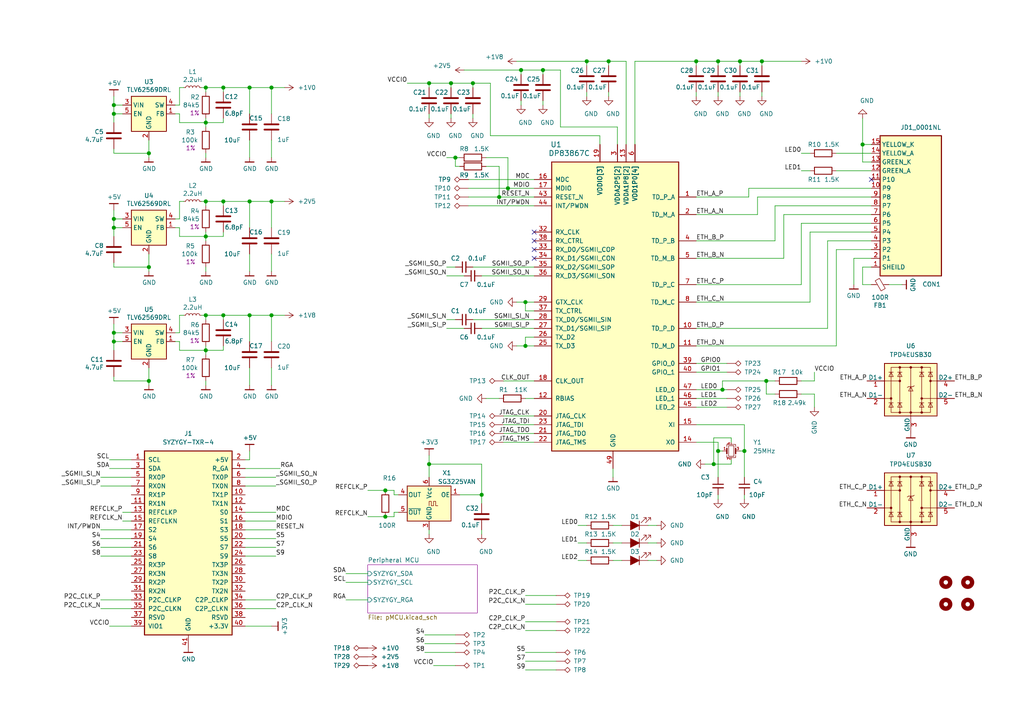
<source format=kicad_sch>
(kicad_sch (version 20201015) (generator eeschema)
  (paper "A4")
  (title_block (title "SYZYGY SGMII") (date "2020-12-08") (rev "r1.0") (company "GsD - @gregdavill"))
  (junction (at 33.02 30.48) (diameter 1.016))
  (junction (at 33.02 33.02) (diameter 1.016))
  (junction (at 33.02 63.5) (diameter 1.016))
  (junction (at 33.02 66.04) (diameter 1.016))
  (junction (at 33.02 96.52) (diameter 1.016))
  (junction (at 33.02 99.06) (diameter 1.016))
  (junction (at 43.18 44.45) (diameter 1.016))
  (junction (at 43.18 77.47) (diameter 1.016))
  (junction (at 43.18 110.49) (diameter 1.016))
  (junction (at 59.69 25.4) (diameter 1.016))
  (junction (at 59.69 35.56) (diameter 1.016))
  (junction (at 59.69 58.42) (diameter 1.016))
  (junction (at 59.69 68.58) (diameter 1.016))
  (junction (at 59.69 91.44) (diameter 1.016))
  (junction (at 59.69 101.6) (diameter 1.016))
  (junction (at 64.77 25.4) (diameter 1.016))
  (junction (at 64.77 58.42) (diameter 1.016))
  (junction (at 64.77 91.44) (diameter 1.016))
  (junction (at 72.39 25.4) (diameter 1.016))
  (junction (at 72.39 58.42) (diameter 1.016))
  (junction (at 72.39 91.44) (diameter 1.016))
  (junction (at 78.74 25.4) (diameter 1.016))
  (junction (at 78.74 58.42) (diameter 1.016))
  (junction (at 78.74 91.44) (diameter 1.016))
  (junction (at 111.76 142.24) (diameter 1.016))
  (junction (at 111.76 149.86) (diameter 1.016))
  (junction (at 124.46 24.13) (diameter 1.016))
  (junction (at 124.46 134.62) (diameter 1.016))
  (junction (at 130.81 24.13) (diameter 1.016))
  (junction (at 132.08 45.72) (diameter 1.016))
  (junction (at 137.16 24.13) (diameter 1.016))
  (junction (at 139.7 143.51) (diameter 1.016))
  (junction (at 144.78 57.15) (diameter 1.016))
  (junction (at 147.32 54.61) (diameter 1.016))
  (junction (at 151.13 20.32) (diameter 1.016))
  (junction (at 152.4 87.63) (diameter 1.016))
  (junction (at 152.4 100.33) (diameter 1.016))
  (junction (at 157.48 20.32) (diameter 1.016))
  (junction (at 170.18 17.78) (diameter 1.016))
  (junction (at 176.53 17.78) (diameter 1.016))
  (junction (at 201.93 17.78) (diameter 1.016))
  (junction (at 207.01 134.62) (diameter 1.016))
  (junction (at 208.28 17.78) (diameter 1.016))
  (junction (at 208.28 130.81) (diameter 1.016))
  (junction (at 209.55 113.03) (diameter 1.016))
  (junction (at 214.63 17.78) (diameter 1.016))
  (junction (at 215.9 130.81) (diameter 1.016))
  (junction (at 220.98 17.78) (diameter 1.016))
  (junction (at 222.25 110.49) (diameter 1.016))
  (junction (at 250.19 41.91) (diameter 1.016))
  (no_connect (at 154.94 74.93))
  (no_connect (at 252.73 52.07))
  (no_connect (at 154.94 67.31))
  (no_connect (at 154.94 72.39))
  (no_connect (at 154.94 69.85))
  (wire (pts (xy 29.21 138.43) (xy 38.1 138.43)))
  (wire (pts (xy 29.21 140.97) (xy 38.1 140.97)))
  (wire (pts (xy 29.21 153.67) (xy 38.1 153.67)))
  (wire (pts (xy 29.21 156.21) (xy 38.1 156.21)))
  (wire (pts (xy 29.21 158.75) (xy 38.1 158.75)))
  (wire (pts (xy 29.21 161.29) (xy 38.1 161.29)))
  (wire (pts (xy 29.21 173.99) (xy 38.1 173.99)))
  (wire (pts (xy 29.21 176.53) (xy 38.1 176.53)))
  (wire (pts (xy 33.02 27.94) (xy 33.02 30.48)))
  (wire (pts (xy 33.02 30.48) (xy 35.56 30.48)))
  (wire (pts (xy 33.02 33.02) (xy 33.02 30.48)))
  (wire (pts (xy 33.02 35.56) (xy 33.02 33.02)))
  (wire (pts (xy 33.02 43.18) (xy 33.02 44.45)))
  (wire (pts (xy 33.02 44.45) (xy 43.18 44.45)))
  (wire (pts (xy 33.02 60.96) (xy 33.02 63.5)))
  (wire (pts (xy 33.02 63.5) (xy 35.56 63.5)))
  (wire (pts (xy 33.02 66.04) (xy 33.02 63.5)))
  (wire (pts (xy 33.02 68.58) (xy 33.02 66.04)))
  (wire (pts (xy 33.02 76.2) (xy 33.02 77.47)))
  (wire (pts (xy 33.02 77.47) (xy 43.18 77.47)))
  (wire (pts (xy 33.02 93.98) (xy 33.02 96.52)))
  (wire (pts (xy 33.02 96.52) (xy 35.56 96.52)))
  (wire (pts (xy 33.02 99.06) (xy 33.02 96.52)))
  (wire (pts (xy 33.02 101.6) (xy 33.02 99.06)))
  (wire (pts (xy 33.02 109.22) (xy 33.02 110.49)))
  (wire (pts (xy 33.02 110.49) (xy 43.18 110.49)))
  (wire (pts (xy 35.56 33.02) (xy 33.02 33.02)))
  (wire (pts (xy 35.56 66.04) (xy 33.02 66.04)))
  (wire (pts (xy 35.56 99.06) (xy 33.02 99.06)))
  (wire (pts (xy 35.56 148.59) (xy 38.1 148.59)))
  (wire (pts (xy 35.56 151.13) (xy 38.1 151.13)))
  (wire (pts (xy 38.1 133.35) (xy 31.75 133.35)))
  (wire (pts (xy 38.1 135.89) (xy 31.75 135.89)))
  (wire (pts (xy 38.1 181.61) (xy 31.75 181.61)))
  (wire (pts (xy 43.18 40.64) (xy 43.18 44.45)))
  (wire (pts (xy 43.18 44.45) (xy 43.18 45.72)))
  (wire (pts (xy 43.18 73.66) (xy 43.18 77.47)))
  (wire (pts (xy 43.18 77.47) (xy 43.18 78.74)))
  (wire (pts (xy 43.18 106.68) (xy 43.18 110.49)))
  (wire (pts (xy 43.18 110.49) (xy 43.18 111.76)))
  (wire (pts (xy 52.07 25.4) (xy 52.07 30.48)))
  (wire (pts (xy 52.07 25.4) (xy 53.34 25.4)))
  (wire (pts (xy 52.07 30.48) (xy 50.8 30.48)))
  (wire (pts (xy 52.07 33.02) (xy 50.8 33.02)))
  (wire (pts (xy 52.07 35.56) (xy 52.07 33.02)))
  (wire (pts (xy 52.07 35.56) (xy 59.69 35.56)))
  (wire (pts (xy 52.07 58.42) (xy 52.07 63.5)))
  (wire (pts (xy 52.07 58.42) (xy 53.34 58.42)))
  (wire (pts (xy 52.07 63.5) (xy 50.8 63.5)))
  (wire (pts (xy 52.07 66.04) (xy 50.8 66.04)))
  (wire (pts (xy 52.07 68.58) (xy 52.07 66.04)))
  (wire (pts (xy 52.07 68.58) (xy 59.69 68.58)))
  (wire (pts (xy 52.07 91.44) (xy 52.07 96.52)))
  (wire (pts (xy 52.07 91.44) (xy 53.34 91.44)))
  (wire (pts (xy 52.07 96.52) (xy 50.8 96.52)))
  (wire (pts (xy 52.07 99.06) (xy 50.8 99.06)))
  (wire (pts (xy 52.07 101.6) (xy 52.07 99.06)))
  (wire (pts (xy 52.07 101.6) (xy 59.69 101.6)))
  (wire (pts (xy 58.42 25.4) (xy 59.69 25.4)))
  (wire (pts (xy 58.42 58.42) (xy 59.69 58.42)))
  (wire (pts (xy 58.42 91.44) (xy 59.69 91.44)))
  (wire (pts (xy 59.69 25.4) (xy 59.69 26.67)))
  (wire (pts (xy 59.69 25.4) (xy 64.77 25.4)))
  (wire (pts (xy 59.69 34.29) (xy 59.69 35.56)))
  (wire (pts (xy 59.69 35.56) (xy 59.69 36.83)))
  (wire (pts (xy 59.69 44.45) (xy 59.69 45.72)))
  (wire (pts (xy 59.69 58.42) (xy 59.69 59.69)))
  (wire (pts (xy 59.69 58.42) (xy 64.77 58.42)))
  (wire (pts (xy 59.69 67.31) (xy 59.69 68.58)))
  (wire (pts (xy 59.69 68.58) (xy 59.69 69.85)))
  (wire (pts (xy 59.69 77.47) (xy 59.69 78.74)))
  (wire (pts (xy 59.69 91.44) (xy 59.69 92.71)))
  (wire (pts (xy 59.69 91.44) (xy 64.77 91.44)))
  (wire (pts (xy 59.69 100.33) (xy 59.69 101.6)))
  (wire (pts (xy 59.69 101.6) (xy 59.69 102.87)))
  (wire (pts (xy 59.69 110.49) (xy 59.69 111.76)))
  (wire (pts (xy 64.77 25.4) (xy 64.77 26.67)))
  (wire (pts (xy 64.77 25.4) (xy 72.39 25.4)))
  (wire (pts (xy 64.77 34.29) (xy 64.77 35.56)))
  (wire (pts (xy 64.77 35.56) (xy 59.69 35.56)))
  (wire (pts (xy 64.77 58.42) (xy 64.77 59.69)))
  (wire (pts (xy 64.77 58.42) (xy 72.39 58.42)))
  (wire (pts (xy 64.77 67.31) (xy 64.77 68.58)))
  (wire (pts (xy 64.77 68.58) (xy 59.69 68.58)))
  (wire (pts (xy 64.77 91.44) (xy 64.77 92.71)))
  (wire (pts (xy 64.77 91.44) (xy 72.39 91.44)))
  (wire (pts (xy 64.77 100.33) (xy 64.77 101.6)))
  (wire (pts (xy 64.77 101.6) (xy 59.69 101.6)))
  (wire (pts (xy 71.12 133.35) (xy 72.39 133.35)))
  (wire (pts (xy 71.12 135.89) (xy 81.28 135.89)))
  (wire (pts (xy 71.12 181.61) (xy 78.74 181.61)))
  (wire (pts (xy 72.39 33.02) (xy 72.39 25.4)))
  (wire (pts (xy 72.39 40.64) (xy 72.39 45.72)))
  (wire (pts (xy 72.39 66.04) (xy 72.39 58.42)))
  (wire (pts (xy 72.39 73.66) (xy 72.39 78.74)))
  (wire (pts (xy 72.39 99.06) (xy 72.39 91.44)))
  (wire (pts (xy 72.39 106.68) (xy 72.39 111.76)))
  (wire (pts (xy 72.39 133.35) (xy 72.39 130.81)))
  (wire (pts (xy 78.74 25.4) (xy 72.39 25.4)))
  (wire (pts (xy 78.74 25.4) (xy 78.74 33.02)))
  (wire (pts (xy 78.74 25.4) (xy 82.55 25.4)))
  (wire (pts (xy 78.74 40.64) (xy 78.74 45.72)))
  (wire (pts (xy 78.74 58.42) (xy 72.39 58.42)))
  (wire (pts (xy 78.74 58.42) (xy 78.74 66.04)))
  (wire (pts (xy 78.74 58.42) (xy 82.55 58.42)))
  (wire (pts (xy 78.74 73.66) (xy 78.74 78.74)))
  (wire (pts (xy 78.74 91.44) (xy 72.39 91.44)))
  (wire (pts (xy 78.74 91.44) (xy 78.74 99.06)))
  (wire (pts (xy 78.74 91.44) (xy 82.55 91.44)))
  (wire (pts (xy 78.74 106.68) (xy 78.74 111.76)))
  (wire (pts (xy 80.01 138.43) (xy 71.12 138.43)))
  (wire (pts (xy 80.01 140.97) (xy 71.12 140.97)))
  (wire (pts (xy 80.01 148.59) (xy 71.12 148.59)))
  (wire (pts (xy 80.01 151.13) (xy 71.12 151.13)))
  (wire (pts (xy 80.01 153.67) (xy 71.12 153.67)))
  (wire (pts (xy 80.01 156.21) (xy 71.12 156.21)))
  (wire (pts (xy 80.01 158.75) (xy 71.12 158.75)))
  (wire (pts (xy 80.01 161.29) (xy 71.12 161.29)))
  (wire (pts (xy 80.01 173.99) (xy 71.12 173.99)))
  (wire (pts (xy 80.01 176.53) (xy 71.12 176.53)))
  (wire (pts (xy 106.68 142.24) (xy 111.76 142.24)))
  (wire (pts (xy 106.68 149.86) (xy 111.76 149.86)))
  (wire (pts (xy 106.68 166.37) (xy 100.33 166.37)))
  (wire (pts (xy 106.68 168.91) (xy 100.33 168.91)))
  (wire (pts (xy 106.68 173.99) (xy 100.33 173.99)))
  (wire (pts (xy 114.3 142.24) (xy 111.76 142.24)))
  (wire (pts (xy 114.3 143.51) (xy 114.3 142.24)))
  (wire (pts (xy 114.3 148.59) (xy 114.3 149.86)))
  (wire (pts (xy 114.3 149.86) (xy 111.76 149.86)))
  (wire (pts (xy 115.57 143.51) (xy 114.3 143.51)))
  (wire (pts (xy 115.57 148.59) (xy 114.3 148.59)))
  (wire (pts (xy 123.19 184.15) (xy 132.08 184.15)))
  (wire (pts (xy 123.19 186.69) (xy 132.08 186.69)))
  (wire (pts (xy 123.19 189.23) (xy 132.08 189.23)))
  (wire (pts (xy 124.46 24.13) (xy 118.11 24.13)))
  (wire (pts (xy 124.46 24.13) (xy 124.46 25.4)))
  (wire (pts (xy 124.46 33.02) (xy 124.46 34.29)))
  (wire (pts (xy 124.46 132.08) (xy 124.46 134.62)))
  (wire (pts (xy 124.46 134.62) (xy 124.46 138.43)))
  (wire (pts (xy 124.46 153.67) (xy 124.46 154.94)))
  (wire (pts (xy 129.54 45.72) (xy 132.08 45.72)))
  (wire (pts (xy 129.54 77.47) (xy 132.08 77.47)))
  (wire (pts (xy 129.54 80.01) (xy 134.62 80.01)))
  (wire (pts (xy 129.54 92.71) (xy 132.08 92.71)))
  (wire (pts (xy 129.54 95.25) (xy 134.62 95.25)))
  (wire (pts (xy 130.81 24.13) (xy 124.46 24.13)))
  (wire (pts (xy 130.81 24.13) (xy 130.81 25.4)))
  (wire (pts (xy 130.81 24.13) (xy 137.16 24.13)))
  (wire (pts (xy 130.81 33.02) (xy 130.81 34.29)))
  (wire (pts (xy 132.08 45.72) (xy 133.35 45.72)))
  (wire (pts (xy 132.08 48.26) (xy 132.08 45.72)))
  (wire (pts (xy 132.08 193.04) (xy 125.73 193.04)))
  (wire (pts (xy 133.35 48.26) (xy 132.08 48.26)))
  (wire (pts (xy 133.35 143.51) (xy 139.7 143.51)))
  (wire (pts (xy 134.62 20.32) (xy 151.13 20.32)))
  (wire (pts (xy 137.16 24.13) (xy 137.16 25.4)))
  (wire (pts (xy 137.16 33.02) (xy 137.16 34.29)))
  (wire (pts (xy 137.16 77.47) (xy 154.94 77.47)))
  (wire (pts (xy 137.16 92.71) (xy 154.94 92.71)))
  (wire (pts (xy 139.7 134.62) (xy 124.46 134.62)))
  (wire (pts (xy 139.7 143.51) (xy 139.7 134.62)))
  (wire (pts (xy 139.7 143.51) (xy 139.7 146.05)))
  (wire (pts (xy 139.7 153.67) (xy 139.7 154.94)))
  (wire (pts (xy 140.97 48.26) (xy 144.78 48.26)))
  (wire (pts (xy 140.97 115.57) (xy 144.78 115.57)))
  (wire (pts (xy 142.24 24.13) (xy 137.16 24.13)))
  (wire (pts (xy 142.24 39.37) (xy 142.24 24.13)))
  (wire (pts (xy 142.24 39.37) (xy 173.99 39.37)))
  (wire (pts (xy 144.78 48.26) (xy 144.78 57.15)))
  (wire (pts (xy 144.78 57.15) (xy 135.89 57.15)))
  (wire (pts (xy 147.32 45.72) (xy 140.97 45.72)))
  (wire (pts (xy 147.32 54.61) (xy 135.89 54.61)))
  (wire (pts (xy 147.32 54.61) (xy 147.32 45.72)))
  (wire (pts (xy 149.86 17.78) (xy 170.18 17.78)))
  (wire (pts (xy 151.13 20.32) (xy 151.13 21.59)))
  (wire (pts (xy 151.13 20.32) (xy 157.48 20.32)))
  (wire (pts (xy 151.13 29.21) (xy 151.13 30.48)))
  (wire (pts (xy 152.4 87.63) (xy 149.86 87.63)))
  (wire (pts (xy 152.4 87.63) (xy 152.4 90.17)))
  (wire (pts (xy 152.4 90.17) (xy 154.94 90.17)))
  (wire (pts (xy 152.4 97.79) (xy 152.4 100.33)))
  (wire (pts (xy 152.4 100.33) (xy 149.86 100.33)))
  (wire (pts (xy 152.4 100.33) (xy 154.94 100.33)))
  (wire (pts (xy 152.4 115.57) (xy 154.94 115.57)))
  (wire (pts (xy 152.4 172.72) (xy 161.29 172.72)))
  (wire (pts (xy 152.4 175.26) (xy 161.29 175.26)))
  (wire (pts (xy 152.4 180.34) (xy 161.29 180.34)))
  (wire (pts (xy 152.4 182.88) (xy 161.29 182.88)))
  (wire (pts (xy 152.4 189.23) (xy 161.29 189.23)))
  (wire (pts (xy 152.4 191.77) (xy 161.29 191.77)))
  (wire (pts (xy 152.4 194.31) (xy 161.29 194.31)))
  (wire (pts (xy 154.94 52.07) (xy 135.89 52.07)))
  (wire (pts (xy 154.94 54.61) (xy 147.32 54.61)))
  (wire (pts (xy 154.94 57.15) (xy 144.78 57.15)))
  (wire (pts (xy 154.94 59.69) (xy 135.89 59.69)))
  (wire (pts (xy 154.94 80.01) (xy 139.7 80.01)))
  (wire (pts (xy 154.94 87.63) (xy 152.4 87.63)))
  (wire (pts (xy 154.94 95.25) (xy 139.7 95.25)))
  (wire (pts (xy 154.94 97.79) (xy 152.4 97.79)))
  (wire (pts (xy 154.94 110.49) (xy 146.05 110.49)))
  (wire (pts (xy 154.94 120.65) (xy 146.05 120.65)))
  (wire (pts (xy 154.94 123.19) (xy 146.05 123.19)))
  (wire (pts (xy 154.94 125.73) (xy 146.05 125.73)))
  (wire (pts (xy 154.94 128.27) (xy 146.05 128.27)))
  (wire (pts (xy 157.48 20.32) (xy 157.48 21.59)))
  (wire (pts (xy 157.48 20.32) (xy 162.56 20.32)))
  (wire (pts (xy 157.48 29.21) (xy 157.48 30.48)))
  (wire (pts (xy 162.56 20.32) (xy 162.56 36.83)))
  (wire (pts (xy 162.56 36.83) (xy 179.07 36.83)))
  (wire (pts (xy 167.64 152.4) (xy 170.18 152.4)))
  (wire (pts (xy 167.64 157.48) (xy 170.18 157.48)))
  (wire (pts (xy 167.64 162.56) (xy 170.18 162.56)))
  (wire (pts (xy 170.18 17.78) (xy 170.18 19.05)))
  (wire (pts (xy 170.18 17.78) (xy 176.53 17.78)))
  (wire (pts (xy 170.18 26.67) (xy 170.18 27.94)))
  (wire (pts (xy 173.99 41.91) (xy 173.99 39.37)))
  (wire (pts (xy 176.53 17.78) (xy 176.53 19.05)))
  (wire (pts (xy 176.53 17.78) (xy 181.61 17.78)))
  (wire (pts (xy 176.53 26.67) (xy 176.53 27.94)))
  (wire (pts (xy 177.8 135.89) (xy 177.8 138.43)))
  (wire (pts (xy 177.8 152.4) (xy 180.34 152.4)))
  (wire (pts (xy 177.8 157.48) (xy 180.34 157.48)))
  (wire (pts (xy 177.8 162.56) (xy 180.34 162.56)))
  (wire (pts (xy 179.07 41.91) (xy 179.07 36.83)))
  (wire (pts (xy 181.61 41.91) (xy 181.61 17.78)))
  (wire (pts (xy 184.15 17.78) (xy 201.93 17.78)))
  (wire (pts (xy 184.15 41.91) (xy 184.15 17.78)))
  (wire (pts (xy 187.96 152.4) (xy 190.5 152.4)))
  (wire (pts (xy 187.96 157.48) (xy 190.5 157.48)))
  (wire (pts (xy 187.96 162.56) (xy 190.5 162.56)))
  (wire (pts (xy 201.93 17.78) (xy 201.93 19.05)))
  (wire (pts (xy 201.93 17.78) (xy 208.28 17.78)))
  (wire (pts (xy 201.93 26.67) (xy 201.93 27.94)))
  (wire (pts (xy 201.93 57.15) (xy 217.17 57.15)))
  (wire (pts (xy 201.93 62.23) (xy 219.71 62.23)))
  (wire (pts (xy 201.93 69.85) (xy 224.79 69.85)))
  (wire (pts (xy 201.93 74.93) (xy 227.33 74.93)))
  (wire (pts (xy 201.93 87.63) (xy 234.95 87.63)))
  (wire (pts (xy 201.93 100.33) (xy 242.57 100.33)))
  (wire (pts (xy 201.93 105.41) (xy 210.82 105.41)))
  (wire (pts (xy 201.93 107.95) (xy 210.82 107.95)))
  (wire (pts (xy 201.93 113.03) (xy 209.55 113.03)))
  (wire (pts (xy 201.93 115.57) (xy 210.82 115.57)))
  (wire (pts (xy 201.93 118.11) (xy 210.82 118.11)))
  (wire (pts (xy 201.93 123.19) (xy 215.9 123.19)))
  (wire (pts (xy 207.01 127) (xy 207.01 134.62)))
  (wire (pts (xy 207.01 134.62) (xy 204.47 134.62)))
  (wire (pts (xy 208.28 17.78) (xy 208.28 19.05)))
  (wire (pts (xy 208.28 17.78) (xy 214.63 17.78)))
  (wire (pts (xy 208.28 26.67) (xy 208.28 27.94)))
  (wire (pts (xy 208.28 128.27) (xy 201.93 128.27)))
  (wire (pts (xy 208.28 130.81) (xy 208.28 128.27)))
  (wire (pts (xy 208.28 130.81) (xy 208.28 138.43)))
  (wire (pts (xy 208.28 143.51) (xy 208.28 144.78)))
  (wire (pts (xy 209.55 110.49) (xy 209.55 113.03)))
  (wire (pts (xy 209.55 113.03) (xy 210.82 113.03)))
  (wire (pts (xy 209.55 130.81) (xy 208.28 130.81)))
  (wire (pts (xy 212.09 127) (xy 207.01 127)))
  (wire (pts (xy 212.09 128.27) (xy 212.09 127)))
  (wire (pts (xy 212.09 133.35) (xy 212.09 134.62)))
  (wire (pts (xy 212.09 134.62) (xy 207.01 134.62)))
  (wire (pts (xy 214.63 17.78) (xy 214.63 19.05)))
  (wire (pts (xy 214.63 17.78) (xy 220.98 17.78)))
  (wire (pts (xy 214.63 26.67) (xy 214.63 27.94)))
  (wire (pts (xy 215.9 123.19) (xy 215.9 130.81)))
  (wire (pts (xy 215.9 130.81) (xy 214.63 130.81)))
  (wire (pts (xy 215.9 130.81) (xy 215.9 138.43)))
  (wire (pts (xy 215.9 143.51) (xy 215.9 144.78)))
  (wire (pts (xy 217.17 54.61) (xy 252.73 54.61)))
  (wire (pts (xy 217.17 57.15) (xy 217.17 54.61)))
  (wire (pts (xy 219.71 57.15) (xy 252.73 57.15)))
  (wire (pts (xy 219.71 62.23) (xy 219.71 57.15)))
  (wire (pts (xy 220.98 17.78) (xy 220.98 19.05)))
  (wire (pts (xy 220.98 17.78) (xy 232.41 17.78)))
  (wire (pts (xy 220.98 26.67) (xy 220.98 27.94)))
  (wire (pts (xy 222.25 110.49) (xy 209.55 110.49)))
  (wire (pts (xy 222.25 114.3) (xy 222.25 110.49)))
  (wire (pts (xy 224.79 59.69) (xy 252.73 59.69)))
  (wire (pts (xy 224.79 69.85) (xy 224.79 59.69)))
  (wire (pts (xy 224.79 110.49) (xy 222.25 110.49)))
  (wire (pts (xy 224.79 114.3) (xy 222.25 114.3)))
  (wire (pts (xy 227.33 62.23) (xy 252.73 62.23)))
  (wire (pts (xy 227.33 74.93) (xy 227.33 62.23)))
  (wire (pts (xy 232.41 44.45) (xy 234.95 44.45)))
  (wire (pts (xy 232.41 49.53) (xy 234.95 49.53)))
  (wire (pts (xy 232.41 64.77) (xy 232.41 82.55)))
  (wire (pts (xy 232.41 82.55) (xy 201.93 82.55)))
  (wire (pts (xy 232.41 110.49) (xy 236.22 110.49)))
  (wire (pts (xy 232.41 114.3) (xy 236.22 114.3)))
  (wire (pts (xy 234.95 67.31) (xy 252.73 67.31)))
  (wire (pts (xy 234.95 87.63) (xy 234.95 67.31)))
  (wire (pts (xy 236.22 107.95) (xy 236.22 110.49)))
  (wire (pts (xy 236.22 114.3) (xy 236.22 118.11)))
  (wire (pts (xy 240.03 69.85) (xy 240.03 95.25)))
  (wire (pts (xy 240.03 95.25) (xy 201.93 95.25)))
  (wire (pts (xy 242.57 44.45) (xy 252.73 44.45)))
  (wire (pts (xy 242.57 49.53) (xy 252.73 49.53)))
  (wire (pts (xy 242.57 72.39) (xy 252.73 72.39)))
  (wire (pts (xy 242.57 100.33) (xy 242.57 72.39)))
  (wire (pts (xy 247.65 74.93) (xy 247.65 82.55)))
  (wire (pts (xy 250.19 34.29) (xy 250.19 41.91)))
  (wire (pts (xy 250.19 41.91) (xy 252.73 41.91)))
  (wire (pts (xy 250.19 46.99) (xy 250.19 41.91)))
  (wire (pts (xy 250.19 77.47) (xy 250.19 82.55)))
  (wire (pts (xy 250.19 77.47) (xy 252.73 77.47)))
  (wire (pts (xy 250.19 82.55) (xy 252.73 82.55)))
  (wire (pts (xy 252.73 46.99) (xy 250.19 46.99)))
  (wire (pts (xy 252.73 64.77) (xy 232.41 64.77)))
  (wire (pts (xy 252.73 69.85) (xy 240.03 69.85)))
  (wire (pts (xy 252.73 74.93) (xy 247.65 74.93)))
  (wire (pts (xy 257.81 82.55) (xy 261.62 82.55)))
  (label "_SGMII_SI_N" (at 29.21 138.43 180))
  (label "_SGMII_SI_P" (at 29.21 140.97 180))
  (label "INT{slash}PWDN" (at 29.21 153.67 180))
  (label "S4" (at 29.21 156.21 180))
  (label "S6" (at 29.21 158.75 180))
  (label "S8" (at 29.21 161.29 180))
  (label "P2C_CLK_P" (at 29.21 173.99 180))
  (label "P2C_CLK_N" (at 29.21 176.53 180))
  (label "SCL" (at 31.75 133.35 180))
  (label "SDA" (at 31.75 135.89 180))
  (label "VCCIO" (at 31.75 181.61 180))
  (label "REFCLK_P" (at 35.56 148.59 180))
  (label "REFCLK_N" (at 35.56 151.13 180))
  (label "_SGMII_SO_N" (at 80.01 138.43 0))
  (label "_SGMII_SO_P" (at 80.01 140.97 0))
  (label "MDC" (at 80.01 148.59 0))
  (label "MDIO" (at 80.01 151.13 0))
  (label "RESET_N" (at 80.01 153.67 0))
  (label "S5" (at 80.01 156.21 0))
  (label "S7" (at 80.01 158.75 0))
  (label "S9" (at 80.01 161.29 0))
  (label "C2P_CLK_P" (at 80.01 173.99 0))
  (label "C2P_CLK_N" (at 80.01 176.53 0))
  (label "RGA" (at 81.28 135.89 0))
  (label "SDA" (at 100.33 166.37 180))
  (label "SCL" (at 100.33 168.91 180))
  (label "RGA" (at 100.33 173.99 180))
  (label "REFCLK_P" (at 106.68 142.24 180))
  (label "REFCLK_N" (at 106.68 149.86 180))
  (label "VCCIO" (at 118.11 24.13 180))
  (label "S4" (at 123.19 184.15 180))
  (label "S6" (at 123.19 186.69 180))
  (label "S8" (at 123.19 189.23 180))
  (label "VCCIO" (at 125.73 193.04 180))
  (label "VCCIO" (at 129.54 45.72 180))
  (label "_SGMII_SO_P" (at 129.54 77.47 180))
  (label "_SGMII_SO_N" (at 129.54 80.01 180))
  (label "_SGMII_SI_N" (at 129.54 92.71 180))
  (label "_SGMII_SI_P" (at 129.54 95.25 180))
  (label "P2C_CLK_P" (at 152.4 172.72 180))
  (label "P2C_CLK_N" (at 152.4 175.26 180))
  (label "C2P_CLK_P" (at 152.4 180.34 180))
  (label "C2P_CLK_N" (at 152.4 182.88 180))
  (label "S5" (at 152.4 189.23 180))
  (label "S7" (at 152.4 191.77 180))
  (label "S9" (at 152.4 194.31 180))
  (label "MDC" (at 153.67 52.07 180))
  (label "MDIO" (at 153.67 54.61 180))
  (label "RESET_N" (at 153.67 57.15 180))
  (label "INT{slash}PWDN" (at 153.67 59.69 180))
  (label "SGMII_SO_P" (at 153.67 77.47 180))
  (label "SGMII_SO_N" (at 153.67 80.01 180))
  (label "SGMII_SI_N" (at 153.67 92.71 180))
  (label "SGMII_SI_P" (at 153.67 95.25 180))
  (label "CLK_OUT" (at 153.67 110.49 180))
  (label "JTAG_CLK" (at 153.67 120.65 180))
  (label "JTAG_TDI" (at 153.67 123.19 180))
  (label "JTAG_TDO" (at 153.67 125.73 180))
  (label "JTAG_TMS" (at 153.67 128.27 180))
  (label "LED0" (at 167.64 152.4 180))
  (label "LED1" (at 167.64 157.48 180))
  (label "LED2" (at 167.64 162.56 180))
  (label "ETH_A_P" (at 201.93 57.15 0))
  (label "ETH_A_N" (at 201.93 62.23 0))
  (label "ETH_B_P" (at 201.93 69.85 0))
  (label "ETH_B_N" (at 201.93 74.93 0))
  (label "ETH_C_P" (at 201.93 82.55 0))
  (label "ETH_C_N" (at 201.93 87.63 0))
  (label "ETH_D_P" (at 201.93 95.25 0))
  (label "ETH_D_N" (at 201.93 100.33 0))
  (label "GPIO0" (at 203.2 105.41 0))
  (label "GPIO1" (at 203.2 107.95 0))
  (label "LED0" (at 203.2 113.03 0))
  (label "LED1" (at 203.2 115.57 0))
  (label "LED2" (at 203.2 118.11 0))
  (label "LED0" (at 232.41 44.45 180))
  (label "LED1" (at 232.41 49.53 180))
  (label "VCCIO" (at 236.22 107.95 0))
  (label "ETH_A_P" (at 251.46 110.49 180))
  (label "ETH_A_N" (at 251.46 115.57 180))
  (label "ETH_C_P" (at 251.46 142.24 180))
  (label "ETH_C_N" (at 251.46 147.32 180))
  (label "ETH_B_P" (at 276.86 110.49 0))
  (label "ETH_B_N" (at 276.86 115.57 0))
  (label "ETH_D_P" (at 276.86 142.24 0))
  (label "ETH_D_N" (at 276.86 147.32 0))
  (symbol (lib_id "Device:L_Small") (at 55.88 25.4 90) (unit 1)
    (property "Reference" "L1" (at 55.88 20.8088 90))
    (property "Value" "2.2uH" (at 55.88 23.1075 90))
    (property "Footprint" "Inductor_SMD:L_0805_2012Metric" (effects hide))
    (property "Mfg" "Sunltech Tech" (effects hide))
    (property "PN" "SLM20122R2MIT" (effects hide))
  )
  (symbol (lib_id "Device:L_Small") (at 55.88 58.42 90) (unit 1)
    (property "Reference" "L2" (at 55.88 53.8288 90))
    (property "Value" "2.2uH" (at 55.88 56.1275 90))
    (property "Footprint" "Inductor_SMD:L_0805_2012Metric" (effects hide))
    (property "Mfg" "Sunltech Tech" (effects hide))
    (property "PN" "SLM20122R2MIT" (effects hide))
  )
  (symbol (lib_id "Device:L_Small") (at 55.88 91.44 90) (unit 1)
    (property "Reference" "L3" (at 55.88 86.8488 90))
    (property "Value" "2.2uH" (at 55.88 89.1475 90))
    (property "Footprint" "Inductor_SMD:L_0805_2012Metric" (effects hide))
    (property "Mfg" "Sunltech Tech" (effects hide))
    (property "PN" "SLM20122R2MIT" (effects hide))
  )
  (symbol (lib_id "gkl_power:GND") (at 43.18 45.72 0) (unit 1)
    (property "Reference" "#PWR0117" (effects hide))
    (property "Value" "GND" (at 43.2562 48.9204 0))
  )
  (symbol (lib_id "gkl_power:GND") (at 43.18 78.74 0) (unit 1)
    (property "Reference" "#PWR0126" (effects hide))
    (property "Value" "GND" (at 43.2562 81.9404 0))
  )
  (symbol (lib_id "gkl_power:GND") (at 43.18 111.76 0) (unit 1)
    (property "Reference" "#PWR0109" (effects hide))
    (property "Value" "GND" (at 43.2562 114.9604 0))
  )
  (symbol (lib_id "gkl_power:GND") (at 54.61 187.96 0) (unit 1)
    (property "Reference" "#PWR01" (effects hide))
    (property "Value" "GND" (at 54.6862 191.1604 0))
  )
  (symbol (lib_id "gkl_power:GND") (at 59.69 45.72 0) (unit 1)
    (property "Reference" "#PWR0119" (effects hide))
    (property "Value" "GND" (at 59.7662 48.9204 0))
  )
  (symbol (lib_id "gkl_power:GND") (at 59.69 78.74 0) (unit 1)
    (property "Reference" "#PWR0124" (effects hide))
    (property "Value" "GND" (at 59.7662 81.9404 0))
  )
  (symbol (lib_id "gkl_power:GND") (at 59.69 111.76 0) (unit 1)
    (property "Reference" "#PWR0114" (effects hide))
    (property "Value" "GND" (at 59.7662 114.9604 0))
  )
  (symbol (lib_id "gkl_power:GND") (at 72.39 45.72 0) (unit 1)
    (property "Reference" "#PWR0121" (effects hide))
    (property "Value" "GND" (at 72.4662 48.9204 0))
  )
  (symbol (lib_id "gkl_power:GND") (at 72.39 78.74 0) (unit 1)
    (property "Reference" "#PWR0125" (effects hide))
    (property "Value" "GND" (at 72.4662 81.9404 0))
  )
  (symbol (lib_id "gkl_power:GND") (at 72.39 111.76 0) (unit 1)
    (property "Reference" "#PWR0116" (effects hide))
    (property "Value" "GND" (at 72.4662 114.9604 0))
  )
  (symbol (lib_id "gkl_power:GND") (at 78.74 45.72 0) (unit 1)
    (property "Reference" "#PWR0120" (effects hide))
    (property "Value" "GND" (at 78.8162 48.9204 0))
  )
  (symbol (lib_id "gkl_power:GND") (at 78.74 78.74 0) (unit 1)
    (property "Reference" "#PWR0111" (effects hide))
    (property "Value" "GND" (at 78.8162 81.9404 0))
  )
  (symbol (lib_id "gkl_power:GND") (at 78.74 111.76 0) (unit 1)
    (property "Reference" "#PWR0115" (effects hide))
    (property "Value" "GND" (at 78.8162 114.9604 0))
  )
  (symbol (lib_id "gkl_power:GND") (at 177.8 138.43 0) (unit 1)
    (property "Reference" "#PWR0101" (effects hide))
    (property "Value" "GND" (at 177.8762 141.6304 0))
  )
  (symbol (lib_id "gkl_power:GND") (at 247.65 82.55 0) (mirror y) (unit 1)
    (property "Reference" "#PWR0142" (effects hide))
    (property "Value" "GND" (at 247.5738 85.7504 0))
  )
  (symbol (lib_id "gkl_power:GND") (at 261.62 82.55 90) (mirror x) (unit 1)
    (property "Reference" "#PWR0141" (effects hide))
    (property "Value" "GND" (at 264.8204 82.6262 0))
  )
  (symbol (lib_id "gkl_power:GND") (at 264.16 125.73 0) (mirror y) (unit 1)
    (property "Reference" "#PWR0152" (effects hide))
    (property "Value" "GND" (at 264.0838 128.9304 0))
  )
  (symbol (lib_id "gkl_power:GND") (at 264.16 157.48 0) (mirror y) (unit 1)
    (property "Reference" "#PWR0151" (effects hide))
    (property "Value" "GND" (at 264.0838 160.6804 0))
  )
  (symbol (lib_id "Connector:TestPoint_Alt") (at 106.68 187.96 90) (mirror x) (unit 1)
    (property "Reference" "TP18" (at 101.6 187.96 90) (effects (justify left)))
    (property "Value" "TestPoint_Alt" (effects hide))
    (property "Footprint" "TestPoint:TestPoint_Pad_D1.0mm" (effects hide))
  )
  (symbol (lib_id "Connector:TestPoint_Alt") (at 106.68 190.5 90) (mirror x) (unit 1)
    (property "Reference" "TP28" (at 101.6 190.5 90) (effects (justify left)))
    (property "Value" "TestPoint_Alt" (effects hide))
    (property "Footprint" "TestPoint:TestPoint_Pad_D1.0mm" (effects hide))
  )
  (symbol (lib_id "Connector:TestPoint_Alt") (at 106.68 193.04 90) (mirror x) (unit 1)
    (property "Reference" "TP29" (at 101.6 193.04 90) (effects (justify left)))
    (property "Value" "TestPoint_Alt" (effects hide))
    (property "Footprint" "TestPoint:TestPoint_Pad_D1.0mm" (effects hide))
  )
  (symbol (lib_id "Connector:TestPoint_Alt") (at 132.08 184.15 270) (unit 1)
    (property "Reference" "TP2" (at 137.16 184.15 90) (effects (justify left)))
    (property "Value" "TestPoint_Alt" (effects hide))
    (property "Footprint" "TestPoint:TestPoint_Pad_D1.0mm" (effects hide))
  )
  (symbol (lib_id "Connector:TestPoint_Alt") (at 132.08 186.69 270) (unit 1)
    (property "Reference" "TP3" (at 137.16 186.69 90) (effects (justify left)))
    (property "Value" "TestPoint_Alt" (effects hide))
    (property "Footprint" "TestPoint:TestPoint_Pad_D1.0mm" (effects hide))
  )
  (symbol (lib_id "Connector:TestPoint_Alt") (at 132.08 189.23 270) (unit 1)
    (property "Reference" "TP4" (at 137.16 189.23 90) (effects (justify left)))
    (property "Value" "TestPoint_Alt" (effects hide))
    (property "Footprint" "TestPoint:TestPoint_Pad_D1.0mm" (effects hide))
  )
  (symbol (lib_id "Connector:TestPoint_Alt") (at 132.08 193.04 270) (unit 1)
    (property "Reference" "TP1" (at 137.16 193.04 90) (effects (justify left)))
    (property "Value" "TestPoint_Alt" (effects hide))
    (property "Footprint" "TestPoint:TestPoint_Pad_D1.0mm" (effects hide))
  )
  (symbol (lib_id "Connector:TestPoint_Alt") (at 135.89 52.07 90) (mirror x) (unit 1)
    (property "Reference" "TP9" (at 130.81 52.07 90) (effects (justify left)))
    (property "Value" "TestPoint_Alt" (effects hide))
    (property "Footprint" "TestPoint:TestPoint_Pad_D1.0mm" (effects hide))
  )
  (symbol (lib_id "Connector:TestPoint_Alt") (at 135.89 54.61 90) (mirror x) (unit 1)
    (property "Reference" "TP10" (at 130.81 54.61 90) (effects (justify left)))
    (property "Value" "TestPoint_Alt" (effects hide))
    (property "Footprint" "TestPoint:TestPoint_Pad_D1.0mm" (effects hide))
  )
  (symbol (lib_id "Connector:TestPoint_Alt") (at 135.89 57.15 90) (mirror x) (unit 1)
    (property "Reference" "TP11" (at 130.81 57.15 90) (effects (justify left)))
    (property "Value" "TestPoint_Alt" (effects hide))
    (property "Footprint" "TestPoint:TestPoint_Pad_D1.0mm" (effects hide))
  )
  (symbol (lib_id "Connector:TestPoint_Alt") (at 135.89 59.69 90) (mirror x) (unit 1)
    (property "Reference" "TP12" (at 130.81 59.69 90) (effects (justify left)))
    (property "Value" "TestPoint_Alt" (effects hide))
    (property "Footprint" "TestPoint:TestPoint_Pad_D1.0mm" (effects hide))
  )
  (symbol (lib_id "Connector:TestPoint_Alt") (at 146.05 110.49 90) (mirror x) (unit 1)
    (property "Reference" "TP13" (at 140.97 110.49 90) (effects (justify left)))
    (property "Value" "TestPoint_Alt" (effects hide))
    (property "Footprint" "TestPoint:TestPoint_Pad_D1.0mm" (effects hide))
  )
  (symbol (lib_id "Connector:TestPoint_Alt") (at 146.05 120.65 90) (mirror x) (unit 1)
    (property "Reference" "TP14" (at 140.97 120.65 90) (effects (justify left)))
    (property "Value" "TestPoint_Alt" (effects hide))
    (property "Footprint" "TestPoint:TestPoint_Pad_D1.0mm" (effects hide))
  )
  (symbol (lib_id "Connector:TestPoint_Alt") (at 146.05 123.19 90) (mirror x) (unit 1)
    (property "Reference" "TP15" (at 140.97 123.19 90) (effects (justify left)))
    (property "Value" "TestPoint_Alt" (effects hide))
    (property "Footprint" "TestPoint:TestPoint_Pad_D1.0mm" (effects hide))
  )
  (symbol (lib_id "Connector:TestPoint_Alt") (at 146.05 125.73 90) (mirror x) (unit 1)
    (property "Reference" "TP16" (at 140.97 125.73 90) (effects (justify left)))
    (property "Value" "TestPoint_Alt" (effects hide))
    (property "Footprint" "TestPoint:TestPoint_Pad_D1.0mm" (effects hide))
  )
  (symbol (lib_id "Connector:TestPoint_Alt") (at 146.05 128.27 90) (mirror x) (unit 1)
    (property "Reference" "TP17" (at 140.97 128.27 90) (effects (justify left)))
    (property "Value" "TestPoint_Alt" (effects hide))
    (property "Footprint" "TestPoint:TestPoint_Pad_D1.0mm" (effects hide))
  )
  (symbol (lib_id "Connector:TestPoint_Alt") (at 161.29 172.72 270) (unit 1)
    (property "Reference" "TP19" (at 166.37 172.72 90) (effects (justify left)))
    (property "Value" "TestPoint_Alt" (effects hide))
    (property "Footprint" "TestPoint:TestPoint_Pad_D1.0mm" (effects hide))
  )
  (symbol (lib_id "Connector:TestPoint_Alt") (at 161.29 175.26 270) (unit 1)
    (property "Reference" "TP20" (at 166.37 175.26 90) (effects (justify left)))
    (property "Value" "TestPoint_Alt" (effects hide))
    (property "Footprint" "TestPoint:TestPoint_Pad_D1.0mm" (effects hide))
  )
  (symbol (lib_id "Connector:TestPoint_Alt") (at 161.29 180.34 270) (unit 1)
    (property "Reference" "TP21" (at 166.37 180.34 90) (effects (justify left)))
    (property "Value" "TestPoint_Alt" (effects hide))
    (property "Footprint" "TestPoint:TestPoint_Pad_D1.0mm" (effects hide))
  )
  (symbol (lib_id "Connector:TestPoint_Alt") (at 161.29 182.88 270) (unit 1)
    (property "Reference" "TP22" (at 166.37 182.88 90) (effects (justify left)))
    (property "Value" "TestPoint_Alt" (effects hide))
    (property "Footprint" "TestPoint:TestPoint_Pad_D1.0mm" (effects hide))
  )
  (symbol (lib_id "Connector:TestPoint_Alt") (at 161.29 189.23 270) (unit 1)
    (property "Reference" "TP6" (at 166.37 189.23 90) (effects (justify left)))
    (property "Value" "TestPoint_Alt" (effects hide))
    (property "Footprint" "TestPoint:TestPoint_Pad_D1.0mm" (effects hide))
  )
  (symbol (lib_id "Connector:TestPoint_Alt") (at 161.29 191.77 270) (unit 1)
    (property "Reference" "TP7" (at 166.37 191.77 90) (effects (justify left)))
    (property "Value" "TestPoint_Alt" (effects hide))
    (property "Footprint" "TestPoint:TestPoint_Pad_D1.0mm" (effects hide))
  )
  (symbol (lib_id "Connector:TestPoint_Alt") (at 161.29 194.31 270) (unit 1)
    (property "Reference" "TP8" (at 166.37 194.31 90) (effects (justify left)))
    (property "Value" "TestPoint_Alt" (effects hide))
    (property "Footprint" "TestPoint:TestPoint_Pad_D1.0mm" (effects hide))
  )
  (symbol (lib_id "Connector:TestPoint_Alt") (at 210.82 105.41 270) (unit 1)
    (property "Reference" "TP23" (at 215.9 105.41 90) (effects (justify left)))
    (property "Value" "TestPoint_Alt" (effects hide))
    (property "Footprint" "TestPoint:TestPoint_Pad_D1.0mm" (effects hide))
  )
  (symbol (lib_id "Connector:TestPoint_Alt") (at 210.82 107.95 270) (unit 1)
    (property "Reference" "TP24" (at 215.9 107.95 90) (effects (justify left)))
    (property "Value" "TestPoint_Alt" (effects hide))
    (property "Footprint" "TestPoint:TestPoint_Pad_D1.0mm" (effects hide))
  )
  (symbol (lib_id "Connector:TestPoint_Alt") (at 210.82 113.03 270) (unit 1)
    (property "Reference" "TP25" (at 215.9 113.03 90) (effects (justify left)))
    (property "Value" "TestPoint_Alt" (effects hide))
    (property "Footprint" "TestPoint:TestPoint_Pad_D1.0mm" (effects hide))
  )
  (symbol (lib_id "Connector:TestPoint_Alt") (at 210.82 115.57 270) (unit 1)
    (property "Reference" "TP26" (at 215.9 115.57 90) (effects (justify left)))
    (property "Value" "TestPoint_Alt" (effects hide))
    (property "Footprint" "TestPoint:TestPoint_Pad_D1.0mm" (effects hide))
  )
  (symbol (lib_id "Connector:TestPoint_Alt") (at 210.82 118.11 270) (unit 1)
    (property "Reference" "TP27" (at 215.9 118.11 90) (effects (justify left)))
    (property "Value" "TestPoint_Alt" (effects hide))
    (property "Footprint" "TestPoint:TestPoint_Pad_D1.0mm" (effects hide))
  )
  (symbol (lib_id "power:+1V0") (at 82.55 25.4 270) (unit 1)
    (property "Reference" "#PWR0122" (effects hide))
    (property "Value" "+1V0" (at 86.36 25.4 90) (effects (justify left)))
  )
  (symbol (lib_id "power:+2V5") (at 82.55 58.42 270) (unit 1)
    (property "Reference" "#PWR0112" (effects hide))
    (property "Value" "+2V5" (at 86.36 58.42 90) (effects (justify left)))
  )
  (symbol (lib_id "power:+1V8") (at 82.55 91.44 270) (unit 1)
    (property "Reference" "#PWR0113" (effects hide))
    (property "Value" "+1V8" (at 86.36 91.44 90) (effects (justify left)))
  )
  (symbol (lib_id "power:+1V0") (at 106.68 187.96 270) (unit 1)
    (property "Reference" "#PWR0139" (effects hide))
    (property "Value" "+1V0" (at 110.49 187.96 90) (effects (justify left)))
  )
  (symbol (lib_id "power:+2V5") (at 106.68 190.5 270) (unit 1)
    (property "Reference" "#PWR0138" (effects hide))
    (property "Value" "+2V5" (at 110.49 190.5 90) (effects (justify left)))
  )
  (symbol (lib_id "power:+1V8") (at 106.68 193.04 270) (unit 1)
    (property "Reference" "#PWR0140" (effects hide))
    (property "Value" "+1V8" (at 110.49 193.04 90) (effects (justify left)))
  )
  (symbol (lib_id "power:+2V5") (at 134.62 20.32 90) (unit 1)
    (property "Reference" "#PWR0103" (effects hide))
    (property "Value" "+2V5" (at 130.81 19.05 90) (effects (justify left)))
  )
  (symbol (lib_id "power:+1V8") (at 149.86 17.78 90) (unit 1)
    (property "Reference" "#PWR0104" (effects hide))
    (property "Value" "+1V8" (at 146.05 16.51 90) (effects (justify left)))
  )
  (symbol (lib_id "power:+1V0") (at 232.41 17.78 270) (unit 1)
    (property "Reference" "#PWR0102" (effects hide))
    (property "Value" "+1V0" (at 236.22 17.78 90) (effects (justify left)))
  )
  (symbol (lib_id "gkl_power:+5V") (at 33.02 27.94 0) (unit 1)
    (property "Reference" "#PWR0118" (effects hide))
    (property "Value" "+5V" (at 33.0962 24.1046 0))
  )
  (symbol (lib_id "gkl_power:+5V") (at 33.02 60.96 0) (unit 1)
    (property "Reference" "#PWR0110" (effects hide))
    (property "Value" "+5V" (at 33.0962 57.1246 0))
  )
  (symbol (lib_id "gkl_power:+5V") (at 33.02 93.98 0) (unit 1)
    (property "Reference" "#PWR0123" (effects hide))
    (property "Value" "+5V" (at 33.0962 90.1446 0))
  )
  (symbol (lib_id "gkl_power:+5V") (at 72.39 130.81 0) (unit 1)
    (property "Reference" "#PWR05" (effects hide))
    (property "Value" "+5V" (at 72.4662 126.9746 0))
  )
  (symbol (lib_id "gkl_power:+3V3") (at 78.74 181.61 270) (unit 1)
    (property "Reference" "#PWR07" (effects hide))
    (property "Value" "+3V3" (at 82.5754 181.6862 0))
  )
  (symbol (lib_id "gkl_power:+3V3") (at 124.46 132.08 0) (unit 1)
    (property "Reference" "#PWR0149" (effects hide))
    (property "Value" "+3V3" (at 124.5362 128.2446 0))
  )
  (symbol (lib_id "power:GND") (at 124.46 34.29 0) (unit 1)
    (property "Reference" "#PWR0137" (effects hide))
    (property "Value" "GND" (at 125.73 39.37 0))
  )
  (symbol (lib_id "power:GND") (at 124.46 154.94 0) (unit 1)
    (property "Reference" "#PWR0147" (effects hide))
    (property "Value" "GND" (at 125.73 160.02 0))
  )
  (symbol (lib_id "power:GND") (at 130.81 34.29 0) (unit 1)
    (property "Reference" "#PWR0132" (effects hide))
    (property "Value" "GND" (at 132.08 39.37 0))
  )
  (symbol (lib_id "power:GND") (at 137.16 34.29 0) (unit 1)
    (property "Reference" "#PWR0131" (effects hide))
    (property "Value" "GND" (at 138.43 39.37 0))
  )
  (symbol (lib_id "power:GND") (at 139.7 154.94 0) (unit 1)
    (property "Reference" "#PWR0148" (effects hide))
    (property "Value" "GND" (at 140.97 160.02 0))
  )
  (symbol (lib_id "power:GND") (at 140.97 115.57 270) (unit 1)
    (property "Reference" "#PWR0105" (effects hide))
    (property "Value" "GND" (at 137.16 115.57 90) (effects (justify right)))
  )
  (symbol (lib_id "power:GND") (at 149.86 87.63 270) (unit 1)
    (property "Reference" "#PWR0154" (effects hide))
    (property "Value" "GND" (at 146.05 87.63 90) (effects (justify right)))
  )
  (symbol (lib_id "power:GND") (at 149.86 100.33 270) (unit 1)
    (property "Reference" "#PWR0153" (effects hide))
    (property "Value" "GND" (at 146.05 100.33 90) (effects (justify right)))
  )
  (symbol (lib_id "power:GND") (at 151.13 30.48 0) (unit 1)
    (property "Reference" "#PWR0130" (effects hide))
    (property "Value" "GND" (at 152.4 35.56 0))
  )
  (symbol (lib_id "power:GND") (at 157.48 30.48 0) (unit 1)
    (property "Reference" "#PWR0129" (effects hide))
    (property "Value" "GND" (at 158.75 35.56 0))
  )
  (symbol (lib_id "power:GND") (at 170.18 27.94 0) (unit 1)
    (property "Reference" "#PWR0128" (effects hide))
    (property "Value" "GND" (at 171.45 33.02 0))
  )
  (symbol (lib_id "power:GND") (at 176.53 27.94 0) (unit 1)
    (property "Reference" "#PWR0127" (effects hide))
    (property "Value" "GND" (at 177.8 33.02 0))
  )
  (symbol (lib_id "power:GND") (at 190.5 152.4 90) (mirror x) (unit 1)
    (property "Reference" "#PWR0145" (effects hide))
    (property "Value" "GND" (at 194.31 152.4 90) (effects (justify right)))
  )
  (symbol (lib_id "power:GND") (at 190.5 157.48 90) (mirror x) (unit 1)
    (property "Reference" "#PWR0144" (effects hide))
    (property "Value" "GND" (at 194.31 157.48 90) (effects (justify right)))
  )
  (symbol (lib_id "power:GND") (at 190.5 162.56 90) (mirror x) (unit 1)
    (property "Reference" "#PWR0143" (effects hide))
    (property "Value" "GND" (at 194.31 162.56 90) (effects (justify right)))
  )
  (symbol (lib_id "power:GND") (at 201.93 27.94 0) (unit 1)
    (property "Reference" "#PWR0135" (effects hide))
    (property "Value" "GND" (at 203.2 33.02 0))
  )
  (symbol (lib_id "power:GND") (at 204.47 134.62 270) (unit 1)
    (property "Reference" "#PWR0106" (effects hide))
    (property "Value" "GND" (at 200.66 134.62 90) (effects (justify right)))
  )
  (symbol (lib_id "power:GND") (at 208.28 27.94 0) (unit 1)
    (property "Reference" "#PWR0136" (effects hide))
    (property "Value" "GND" (at 209.55 33.02 0))
  )
  (symbol (lib_id "power:GND") (at 208.28 144.78 0) (unit 1)
    (property "Reference" "#PWR0107" (effects hide))
    (property "Value" "GND" (at 209.55 149.86 0))
  )
  (symbol (lib_id "power:GND") (at 214.63 27.94 0) (unit 1)
    (property "Reference" "#PWR0133" (effects hide))
    (property "Value" "GND" (at 215.9 33.02 0))
  )
  (symbol (lib_id "power:GND") (at 215.9 144.78 0) (unit 1)
    (property "Reference" "#PWR0108" (effects hide))
    (property "Value" "GND" (at 217.17 149.86 0))
  )
  (symbol (lib_id "power:GND") (at 220.98 27.94 0) (unit 1)
    (property "Reference" "#PWR0134" (effects hide))
    (property "Value" "GND" (at 222.25 33.02 0))
  )
  (symbol (lib_id "power:GND") (at 236.22 118.11 0) (mirror y) (unit 1)
    (property "Reference" "#PWR0150" (effects hide))
    (property "Value" "GND" (at 236.22 121.92 90) (effects (justify right)))
  )
  (symbol (lib_id "power:GND") (at 250.19 34.29 0) (mirror x) (unit 1)
    (property "Reference" "#PWR0146" (effects hide))
    (property "Value" "GND" (at 251.46 29.21 0))
  )
  (symbol (lib_id "Mechanical:MountingHole") (at 274.32 168.91 0) (unit 1)
    (property "Reference" "H1" (effects hide))
    (property "Value" "MountingHole" (effects hide))
    (property "Footprint" "MountingHole:MountingHole_3.2mm_M3" (effects hide))
  )
  (symbol (lib_id "Mechanical:MountingHole") (at 274.32 175.26 0) (unit 1)
    (property "Reference" "H2" (effects hide))
    (property "Value" "MountingHole" (effects hide))
    (property "Footprint" "MountingHole:MountingHole_3.2mm_M3" (effects hide))
  )
  (symbol (lib_id "Mechanical:MountingHole") (at 280.67 168.91 0) (unit 1)
    (property "Reference" "H3" (effects hide))
    (property "Value" "MountingHole" (effects hide))
    (property "Footprint" "MountingHole:MountingHole_3.2mm_M3" (effects hide))
  )
  (symbol (lib_id "Mechanical:MountingHole") (at 280.67 175.26 0) (unit 1)
    (property "Reference" "H4" (effects hide))
    (property "Value" "MountingHole" (effects hide))
    (property "Footprint" "MountingHole:MountingHole_3.2mm_M3" (effects hide))
  )
  (symbol (lib_name "Device:R_6") (lib_id "Device:R") (at 59.69 30.48 180) (unit 1)
    (property "Reference" "R2" (at 57.912 28.1813 0) (effects (justify left)))
    (property "Value" "84k5" (at 57.912 30.48 0) (effects (justify left)))
    (property "Footprint" "Resistor_SMD:R_0402_1005Metric" (effects hide))
    (property "PN" "RC0402FR-0784K5L" (effects hide))
    (property "Mfg" "Yageo" (effects hide))
    (property "Tol" "1%" (at 57.912 32.7787 0) (effects (justify left)))
  )
  (symbol (lib_name "Device:R_5") (lib_id "Device:R") (at 59.69 40.64 180) (unit 1)
    (property "Reference" "R3" (at 53.8481 38.3413 0) (effects (justify right)))
    (property "Value" "100k" (at 52.5781 40.64 0) (effects (justify right)))
    (property "Footprint" "Resistor_SMD:R_0402_1005Metric" (effects hide))
    (property "PN" "RC0402FR-07100KL" (effects hide))
    (property "Mfg" "Yageo" (effects hide))
    (property "Tol" "1%" (at 53.8481 42.9387 0) (effects (justify right)))
  )
  (symbol (lib_name "Device:R_1") (lib_id "Device:R") (at 59.69 63.5 180) (unit 1)
    (property "Reference" "R4" (at 57.912 61.2013 0) (effects (justify left)))
    (property "Value" "84k5" (at 57.912 63.5 0) (effects (justify left)))
    (property "Footprint" "Resistor_SMD:R_0402_1005Metric" (effects hide))
    (property "PN" "RC0402FR-0784K5L" (effects hide))
    (property "Mfg" "Yageo" (effects hide))
    (property "Tol" "1%" (at 57.912 65.7987 0) (effects (justify left)))
  )
  (symbol (lib_name "Device:R_2") (lib_id "Device:R") (at 59.69 73.66 180) (unit 1)
    (property "Reference" "R5" (at 53.8481 71.3613 0) (effects (justify right)))
    (property "Value" "100k" (at 52.5781 73.66 0) (effects (justify right)))
    (property "Footprint" "Resistor_SMD:R_0402_1005Metric" (effects hide))
    (property "PN" "RC0402FR-07100KL" (effects hide))
    (property "Mfg" "Yageo" (effects hide))
    (property "Tol" "1%" (at 53.8481 75.9587 0) (effects (justify right)))
  )
  (symbol (lib_name "Device:R_4") (lib_id "Device:R") (at 59.69 96.52 180) (unit 1)
    (property "Reference" "R6" (at 57.912 94.2213 0) (effects (justify left)))
    (property "Value" "84k5" (at 57.912 96.52 0) (effects (justify left)))
    (property "Footprint" "Resistor_SMD:R_0402_1005Metric" (effects hide))
    (property "PN" "RC0402FR-0784K5L" (effects hide))
    (property "Mfg" "Yageo" (effects hide))
    (property "Tol" "1%" (at 57.912 98.8187 0) (effects (justify left)))
  )
  (symbol (lib_name "Device:R_3") (lib_id "Device:R") (at 59.69 106.68 180) (unit 1)
    (property "Reference" "R7" (at 53.8481 104.3813 0) (effects (justify right)))
    (property "Value" "100k" (at 52.5781 106.68 0) (effects (justify right)))
    (property "Footprint" "Resistor_SMD:R_0402_1005Metric" (effects hide))
    (property "PN" "RC0402FR-07100KL" (effects hide))
    (property "Mfg" "Yageo" (effects hide))
    (property "Tol" "1%" (at 53.8481 108.9787 0) (effects (justify right)))
  )
  (symbol (lib_name "Device:R_7") (lib_id "Device:R") (at 111.76 146.05 180) (unit 1)
    (property "Reference" "R16" (at 110.9981 138.6713 0) (effects (justify right)))
    (property "Value" "100R" (at 109.728 152.4 0) (effects (justify right)))
    (property "Footprint" "Resistor_SMD:R_0402_1005Metric" (effects hide))
    (property "PN" "RC0402FR-07100KL" (effects hide))
    (property "Mfg" "Yageo" (effects hide))
  )
  (symbol (lib_id "Device:R") (at 137.16 45.72 90) (unit 1)
    (property "Reference" "R8" (at 134.62 43.18 90))
    (property "Value" "1.5K" (at 139.7 43.18 90))
    (property "Footprint" "Resistor_SMD:R_0402_1005Metric" (effects hide))
  )
  (symbol (lib_id "Device:R") (at 137.16 48.26 90) (unit 1)
    (property "Reference" "R9" (at 134.62 50.8 90))
    (property "Value" "1.5K" (at 139.7 50.8 90))
    (property "Footprint" "Resistor_SMD:R_0402_1005Metric" (effects hide))
  )
  (symbol (lib_id "Device:R") (at 148.59 115.57 90) (unit 1)
    (property "Reference" "R1" (at 146.05 113.03 90))
    (property "Value" "11K" (at 151.13 113.03 90))
    (property "Footprint" "Resistor_SMD:R_0402_1005Metric" (effects hide))
  )
  (symbol (lib_id "Device:R") (at 173.99 152.4 90) (unit 1)
    (property "Reference" "R12" (at 171.45 149.86 90))
    (property "Value" "1.5K" (at 176.53 149.86 90))
    (property "Footprint" "Resistor_SMD:R_0402_1005Metric" (effects hide))
  )
  (symbol (lib_id "Device:R") (at 173.99 157.48 90) (unit 1)
    (property "Reference" "R13" (at 171.45 154.94 90))
    (property "Value" "1.5K" (at 176.53 154.94 90))
    (property "Footprint" "Resistor_SMD:R_0402_1005Metric" (effects hide))
  )
  (symbol (lib_id "Device:R") (at 173.99 162.56 90) (unit 1)
    (property "Reference" "R14" (at 171.45 160.02 90))
    (property "Value" "1.5K" (at 176.53 160.02 90))
    (property "Footprint" "Resistor_SMD:R_0402_1005Metric" (effects hide))
  )
  (symbol (lib_id "Device:R") (at 228.6 110.49 90) (unit 1)
    (property "Reference" "R17" (at 226.06 107.95 90))
    (property "Value" "10k" (at 231.14 107.95 90))
    (property "Footprint" "Resistor_SMD:R_0402_1005Metric" (effects hide))
  )
  (symbol (lib_id "Device:R") (at 228.6 114.3 90) (unit 1)
    (property "Reference" "R18" (at 226.06 116.84 90))
    (property "Value" "2.49k" (at 231.14 116.84 90))
    (property "Footprint" "Resistor_SMD:R_0402_1005Metric" (effects hide))
  )
  (symbol (lib_id "Device:R") (at 238.76 44.45 90) (unit 1)
    (property "Reference" "R10" (at 236.22 41.91 90))
    (property "Value" "1.5K" (at 241.3 41.91 90))
    (property "Footprint" "Resistor_SMD:R_0402_1005Metric" (effects hide))
  )
  (symbol (lib_id "Device:R") (at 238.76 49.53 90) (unit 1)
    (property "Reference" "R11" (at 236.22 52.07 90))
    (property "Value" "1.5K" (at 241.3 52.07 90))
    (property "Footprint" "Resistor_SMD:R_0402_1005Metric" (effects hide))
  )
  (symbol (lib_id "Device:C_Small") (at 134.62 77.47 90) (unit 1)
    (property "Reference" "C2" (at 132.08 74.93 90))
    (property "Value" "0.1uF" (at 138.43 74.93 90))
    (property "Footprint" "Capacitor_SMD:C_0402_1005Metric" (effects hide))
  )
  (symbol (lib_id "Device:C_Small") (at 134.62 92.71 90) (unit 1)
    (property "Reference" "C1" (at 132.08 90.17 90))
    (property "Value" "0.1uF" (at 138.43 90.17 90))
    (property "Footprint" "Capacitor_SMD:C_0402_1005Metric" (effects hide))
  )
  (symbol (lib_id "Device:C_Small") (at 137.16 80.01 90) (unit 1)
    (property "Reference" "C7" (at 134.62 82.55 90))
    (property "Value" "0.1uF" (at 140.97 82.55 90))
    (property "Footprint" "Capacitor_SMD:C_0402_1005Metric" (effects hide))
  )
  (symbol (lib_id "Device:C_Small") (at 137.16 95.25 90) (unit 1)
    (property "Reference" "C6" (at 134.62 97.79 90))
    (property "Value" "0.1uF" (at 140.97 97.79 90))
    (property "Footprint" "Capacitor_SMD:C_0402_1005Metric" (effects hide))
  )
  (symbol (lib_id "Device:C_Small") (at 208.28 140.97 0) (unit 1)
    (property "Reference" "C3" (at 203.2 138.43 0) (effects (justify left)))
    (property "Value" "10pF" (at 201.93 143.51 0) (effects (justify left)))
    (property "Footprint" "Capacitor_SMD:C_0402_1005Metric" (effects hide))
  )
  (symbol (lib_id "Device:C_Small") (at 215.9 140.97 0) (unit 1)
    (property "Reference" "C4" (at 218.44 139.7 0) (effects (justify left)))
    (property "Value" "10pF" (at 217.17 143.51 0) (effects (justify left)))
    (property "Footprint" "Capacitor_SMD:C_0402_1005Metric" (effects hide))
  )
  (symbol (lib_id "Device:Ferrite_Bead_Small") (at 255.27 82.55 270) (mirror x) (unit 1)
    (property "Reference" "FB1" (at 255.27 88.5698 90))
    (property "Value" "100R" (at 255.27 86.2584 90))
    (property "Footprint" "Inductor_SMD:L_0603_1608Metric" (effects hide))
    (property "PN" "MPZ1608D101BTA00" (effects hide))
    (property "Mfg" "TDK Corporation" (effects hide))
  )
  (symbol (lib_id "Device:LED_ALT") (at 184.15 152.4 180) (unit 1)
    (property "Reference" "D1" (at 184.15 149.86 0))
    (property "Value" "LED_ALT" (effects hide))
    (property "Footprint" "LED_SMD:LED_0603_1608Metric" (effects hide))
  )
  (symbol (lib_id "Device:LED_ALT") (at 184.15 157.48 180) (unit 1)
    (property "Reference" "D2" (at 184.15 154.94 0))
    (property "Value" "LED_ALT" (effects hide))
    (property "Footprint" "LED_SMD:LED_0603_1608Metric" (effects hide))
  )
  (symbol (lib_id "Device:LED_ALT") (at 184.15 162.56 180) (unit 1)
    (property "Reference" "D3" (at 184.15 160.02 0))
    (property "Value" "LED_ALT" (effects hide))
    (property "Footprint" "LED_SMD:LED_0603_1608Metric" (effects hide))
  )
  (symbol (lib_id "Device:Crystal_GND24_Small") (at 212.09 130.81 0) (unit 1)
    (property "Reference" "Y1" (at 218.44 128.27 0) (effects (justify left)))
    (property "Value" "25MHz" (at 218.44 130.81 0) (effects (justify left)))
    (property "Footprint" "Crystal:Crystal_SMD_SeikoEpson_TSX3225-4Pin_3.2x2.5mm" (effects hide))
  )
  (symbol (lib_id "Device:C") (at 33.02 39.37 0) (mirror y) (unit 1)
    (property "Reference" "C5" (at 30.099 38.227 0) (effects (justify left)))
    (property "Value" "4.7uF" (at 30.099 40.513 0) (effects (justify left)))
    (property "Footprint" "Capacitor_SMD:C_0402_1005Metric" (effects hide))
    (property "Mfg" "Yageo" (effects hide))
    (property "PN" "CC0402KRX5R6BB475" (effects hide))
  )
  (symbol (lib_id "Device:C") (at 33.02 72.39 0) (mirror y) (unit 1)
    (property "Reference" "C8" (at 30.099 71.247 0) (effects (justify left)))
    (property "Value" "4.7uF" (at 30.099 73.533 0) (effects (justify left)))
    (property "Footprint" "Capacitor_SMD:C_0402_1005Metric" (effects hide))
    (property "Mfg" "Yageo" (effects hide))
    (property "PN" "CC0402KRX5R6BB475" (effects hide))
  )
  (symbol (lib_id "Device:C") (at 33.02 105.41 0) (mirror y) (unit 1)
    (property "Reference" "C11" (at 30.099 104.267 0) (effects (justify left)))
    (property "Value" "4.7uF" (at 30.099 106.553 0) (effects (justify left)))
    (property "Footprint" "Capacitor_SMD:C_0402_1005Metric" (effects hide))
    (property "Mfg" "Yageo" (effects hide))
    (property "PN" "CC0402KRX5R6BB475" (effects hide))
  )
  (symbol (lib_id "Device:C") (at 64.77 30.48 0) (unit 1)
    (property "Reference" "C12" (at 65.1511 28.0606 0) (effects (justify left)))
    (property "Value" "6.8pF" (at 65.1511 32.8993 0) (effects (justify left)))
    (property "Footprint" "Capacitor_SMD:C_0402_1005Metric" (effects hide))
    (property "Mfg" "Yageo" (effects hide))
    (property "PN" "CC0402CRNPO9BN6R8" (effects hide))
  )
  (symbol (lib_id "Device:C") (at 64.77 63.5 0) (unit 1)
    (property "Reference" "C13" (at 65.1511 61.0806 0) (effects (justify left)))
    (property "Value" "6.8pF" (at 65.1511 65.9193 0) (effects (justify left)))
    (property "Footprint" "Capacitor_SMD:C_0402_1005Metric" (effects hide))
    (property "Mfg" "Yageo" (effects hide))
    (property "PN" "CC0402CRNPO9BN6R8" (effects hide))
  )
  (symbol (lib_id "Device:C") (at 64.77 96.52 0) (unit 1)
    (property "Reference" "C14" (at 65.1511 94.1006 0) (effects (justify left)))
    (property "Value" "6.8pF" (at 65.1511 98.9393 0) (effects (justify left)))
    (property "Footprint" "Capacitor_SMD:C_0402_1005Metric" (effects hide))
    (property "Mfg" "Yageo" (effects hide))
    (property "PN" "CC0402CRNPO9BN6R8" (effects hide))
  )
  (symbol (lib_id "Device:C") (at 72.39 36.83 0) (unit 1)
    (property "Reference" "C15" (at 76.2 34.29 0) (effects (justify right)))
    (property "Value" "10uF" (at 69.85 40.64 0) (effects (justify right)))
    (property "Footprint" "Capacitor_SMD:C_0603_1608Metric" (effects hide))
    (property "Mfg" "Yageo" (effects hide))
    (property "PN" "CC0603KRX5R5BB106" (effects hide))
  )
  (symbol (lib_id "Device:C") (at 72.39 69.85 0) (unit 1)
    (property "Reference" "C16" (at 76.2 67.31 0) (effects (justify right)))
    (property "Value" "10uF" (at 69.85 73.66 0) (effects (justify right)))
    (property "Footprint" "Capacitor_SMD:C_0603_1608Metric" (effects hide))
    (property "Mfg" "Yageo" (effects hide))
    (property "PN" "CC0603KRX5R5BB106" (effects hide))
  )
  (symbol (lib_id "Device:C") (at 72.39 102.87 0) (unit 1)
    (property "Reference" "C17" (at 76.2 100.33 0) (effects (justify right)))
    (property "Value" "10uF" (at 69.85 106.68 0) (effects (justify right)))
    (property "Footprint" "Capacitor_SMD:C_0603_1608Metric" (effects hide))
    (property "Mfg" "Yageo" (effects hide))
    (property "PN" "CC0603KRX5R5BB106" (effects hide))
  )
  (symbol (lib_id "Device:C") (at 78.74 36.83 0) (mirror y) (unit 1)
    (property "Reference" "C18" (at 80.391 34.417 0) (effects (justify right)))
    (property "Value" "1uF" (at 80.391 40.513 0) (effects (justify right)))
    (property "Footprint" "Capacitor_SMD:C_0402_1005Metric" (effects hide))
    (property "Mfg" "Yageo" (effects hide))
    (property "PN" "CC0402KRX5R6BB105" (effects hide))
  )
  (symbol (lib_id "Device:C") (at 78.74 69.85 0) (mirror y) (unit 1)
    (property "Reference" "C19" (at 80.391 67.437 0) (effects (justify right)))
    (property "Value" "1uF" (at 80.391 73.533 0) (effects (justify right)))
    (property "Footprint" "Capacitor_SMD:C_0402_1005Metric" (effects hide))
    (property "Mfg" "Yageo" (effects hide))
    (property "PN" "CC0402KRX5R6BB105" (effects hide))
  )
  (symbol (lib_id "Device:C") (at 78.74 102.87 0) (mirror y) (unit 1)
    (property "Reference" "C20" (at 80.391 100.457 0) (effects (justify right)))
    (property "Value" "1uF" (at 80.391 106.553 0) (effects (justify right)))
    (property "Footprint" "Capacitor_SMD:C_0402_1005Metric" (effects hide))
    (property "Mfg" "Yageo" (effects hide))
    (property "PN" "CC0402KRX5R6BB105" (effects hide))
  )
  (symbol (lib_id "Device:C") (at 124.46 29.21 0) (mirror y) (unit 1)
    (property "Reference" "C21" (at 119.761 26.797 0) (effects (justify right)))
    (property "Value" "0.1uF" (at 118.491 31.623 0) (effects (justify right)))
    (property "Footprint" "Capacitor_SMD:C_0402_1005Metric" (effects hide))
    (property "Mfg" "Yageo" (effects hide))
    (property "PN" "CC0402KRX5R6BB105" (effects hide))
  )
  (symbol (lib_id "Device:C") (at 130.81 29.21 0) (mirror y) (unit 1)
    (property "Reference" "C22" (at 126.111 26.797 0) (effects (justify right)))
    (property "Value" "0.1uF" (at 124.841 31.623 0) (effects (justify right)))
    (property "Footprint" "Capacitor_SMD:C_0402_1005Metric" (effects hide))
    (property "Mfg" "Yageo" (effects hide))
    (property "PN" "CC0402KRX5R6BB105" (effects hide))
  )
  (symbol (lib_id "Device:C") (at 137.16 29.21 0) (mirror y) (unit 1)
    (property "Reference" "C23" (at 132.461 26.797 0) (effects (justify right)))
    (property "Value" "0.1uF" (at 131.191 31.623 0) (effects (justify right)))
    (property "Footprint" "Capacitor_SMD:C_0402_1005Metric" (effects hide))
    (property "Mfg" "Yageo" (effects hide))
    (property "PN" "CC0402KRX5R6BB105" (effects hide))
  )
  (symbol (lib_id "Device:C") (at 139.7 149.86 0) (mirror y) (unit 1)
    (property "Reference" "C32" (at 135.001 147.447 0) (effects (justify right)))
    (property "Value" "0.1uF" (at 133.731 152.273 0) (effects (justify right)))
    (property "Footprint" "Capacitor_SMD:C_0402_1005Metric" (effects hide))
    (property "Mfg" "Yageo" (effects hide))
    (property "PN" "CC0402KRX5R6BB105" (effects hide))
  )
  (symbol (lib_id "Device:C") (at 151.13 25.4 0) (mirror y) (unit 1)
    (property "Reference" "C24" (at 146.431 22.987 0) (effects (justify right)))
    (property "Value" "0.1uF" (at 145.161 27.813 0) (effects (justify right)))
    (property "Footprint" "Capacitor_SMD:C_0402_1005Metric" (effects hide))
    (property "Mfg" "Yageo" (effects hide))
    (property "PN" "CC0402KRX5R6BB105" (effects hide))
  )
  (symbol (lib_id "Device:C") (at 157.48 25.4 0) (mirror y) (unit 1)
    (property "Reference" "C25" (at 152.781 22.987 0) (effects (justify right)))
    (property "Value" "0.1uF" (at 151.511 27.813 0) (effects (justify right)))
    (property "Footprint" "Capacitor_SMD:C_0402_1005Metric" (effects hide))
    (property "Mfg" "Yageo" (effects hide))
    (property "PN" "CC0402KRX5R6BB105" (effects hide))
  )
  (symbol (lib_id "Device:C") (at 170.18 22.86 0) (mirror y) (unit 1)
    (property "Reference" "C26" (at 165.481 20.447 0) (effects (justify right)))
    (property "Value" "0.1uF" (at 164.211 25.273 0) (effects (justify right)))
    (property "Footprint" "Capacitor_SMD:C_0402_1005Metric" (effects hide))
    (property "Mfg" "Yageo" (effects hide))
    (property "PN" "CC0402KRX5R6BB105" (effects hide))
  )
  (symbol (lib_id "Device:C") (at 176.53 22.86 0) (mirror y) (unit 1)
    (property "Reference" "C27" (at 171.831 20.447 0) (effects (justify right)))
    (property "Value" "0.1uF" (at 170.561 25.273 0) (effects (justify right)))
    (property "Footprint" "Capacitor_SMD:C_0402_1005Metric" (effects hide))
    (property "Mfg" "Yageo" (effects hide))
    (property "PN" "CC0402KRX5R6BB105" (effects hide))
  )
  (symbol (lib_id "Device:C") (at 201.93 22.86 0) (mirror y) (unit 1)
    (property "Reference" "C28" (at 197.231 20.447 0) (effects (justify right)))
    (property "Value" "0.1uF" (at 195.961 25.273 0) (effects (justify right)))
    (property "Footprint" "Capacitor_SMD:C_0402_1005Metric" (effects hide))
    (property "Mfg" "Yageo" (effects hide))
    (property "PN" "CC0402KRX5R6BB105" (effects hide))
  )
  (symbol (lib_id "Device:C") (at 208.28 22.86 0) (mirror y) (unit 1)
    (property "Reference" "C29" (at 203.581 20.447 0) (effects (justify right)))
    (property "Value" "0.1uF" (at 202.311 25.273 0) (effects (justify right)))
    (property "Footprint" "Capacitor_SMD:C_0402_1005Metric" (effects hide))
    (property "Mfg" "Yageo" (effects hide))
    (property "PN" "CC0402KRX5R6BB105" (effects hide))
  )
  (symbol (lib_id "Device:C") (at 214.63 22.86 0) (mirror y) (unit 1)
    (property "Reference" "C30" (at 209.931 20.447 0) (effects (justify right)))
    (property "Value" "0.1uF" (at 208.661 25.273 0) (effects (justify right)))
    (property "Footprint" "Capacitor_SMD:C_0402_1005Metric" (effects hide))
    (property "Mfg" "Yageo" (effects hide))
    (property "PN" "CC0402KRX5R6BB105" (effects hide))
  )
  (symbol (lib_id "Device:C") (at 220.98 22.86 0) (mirror y) (unit 1)
    (property "Reference" "C31" (at 216.281 20.447 0) (effects (justify right)))
    (property "Value" "0.1uF" (at 215.011 25.273 0) (effects (justify right)))
    (property "Footprint" "Capacitor_SMD:C_0402_1005Metric" (effects hide))
    (property "Mfg" "Yageo" (effects hide))
    (property "PN" "CC0402KRX5R6BB105" (effects hide))
  )
  (symbol (lib_id "Regulator_Switching:TLV62569DRL") (at 43.18 33.02 0) (unit 1)
    (property "Reference" "U3" (at 43.18 23.7298 0))
    (property "Value" "TLV62569DRL" (at 43.18 26.0285 0))
    (property "Footprint" "Package_TO_SOT_SMD:SOT-666" (effects hide))
    (property "Datasheet" "http://www.ti.com/lit/ds/symlink/tlv62569.pdf" (effects hide))
    (property "Mfg" "Texas Instruments" (effects hide))
    (property "PN" "TLV62569DRLR" (effects hide))
  )
  (symbol (lib_id "Regulator_Switching:TLV62569DRL") (at 43.18 66.04 0) (unit 1)
    (property "Reference" "U4" (at 43.18 56.7498 0))
    (property "Value" "TLV62569DRL" (at 43.18 59.0485 0))
    (property "Footprint" "Package_TO_SOT_SMD:SOT-666" (effects hide))
    (property "Datasheet" "http://www.ti.com/lit/ds/symlink/tlv62569.pdf" (effects hide))
    (property "Mfg" "Texas Instruments" (effects hide))
    (property "PN" "TLV62569DRLR" (effects hide))
  )
  (symbol (lib_id "Regulator_Switching:TLV62569DRL") (at 43.18 99.06 0) (unit 1)
    (property "Reference" "U5" (at 43.18 89.7698 0))
    (property "Value" "TLV62569DRL" (at 43.18 92.0685 0))
    (property "Footprint" "Package_TO_SOT_SMD:SOT-666" (effects hide))
    (property "Datasheet" "http://www.ti.com/lit/ds/symlink/tlv62569.pdf" (effects hide))
    (property "Mfg" "Texas Instruments" (effects hide))
    (property "PN" "TLV62569DRLR" (effects hide))
  )
  (symbol (lib_id "gsd-kicad:SG3225VAN") (at 124.46 146.05 0) (mirror y) (unit 1)
    (property "Reference" "X1" (at 128.27 137.16 0) (effects (justify right)))
    (property "Value" "SG3225VAN" (at 127 139.7 0) (effects (justify right)))
    (property "Footprint" "Oscillator:Oscillator_SMD_Silicon_Labs_LGA-6_2.5x3.2mm_P1.25mm" (effects hide))
    (property "Datasheet" "https://support.epson.biz/td/api/doc_check.php?dl=brief_SG5032VAN" (effects hide))
  )
  (symbol (lib_id "Power_Protection:TPD4EUSB30") (at 264.16 113.03 0) (unit 1)
    (property "Reference" "U6" (at 264.16 100.33 0))
    (property "Value" "TPD4EUSB30" (at 264.16 102.87 0))
    (property "Footprint" "Package_SON:USON-10_2.5x1.0mm_P0.5mm" (effects hide))
    (property "Datasheet" "http://www.ti.com/lit/ds/symlink/tpd2eusb30a.pdf" (effects hide))
  )
  (symbol (lib_id "Power_Protection:TPD4EUSB30") (at 264.16 144.78 0) (unit 1)
    (property "Reference" "U7" (at 264.16 132.08 0))
    (property "Value" "TPD4EUSB30" (at 264.16 134.62 0))
    (property "Footprint" "Package_SON:USON-10_2.5x1.0mm_P0.5mm" (effects hide))
    (property "Datasheet" "http://www.ti.com/lit/ds/symlink/tpd2eusb30a.pdf" (effects hide))
  )
  (symbol (lib_id "gkl_misc:JD1_0001NL") (at 262.89 60.96 0) (mirror x) (unit 1)
    (property "Reference" "CON1" (at 267.5128 82.4484 0) (effects (justify left)))
    (property "Value" "JD1_0001NL" (at 261.1628 36.957 0) (effects (justify left)))
    (property "Footprint" "gsd-footprints:JD1-0001NL" (effects hide))
    (property "PN" "JD1-0001NL" (effects hide))
    (property "Mfg" "Pulse Electronics Network" (effects hide))
  )
  (symbol (lib_id "gsd-kicad:SYZYGY-TXR-4") (at 54.61 154.94 0) (unit 1)
    (property "Reference" "J1" (at 54.61 125.73 0))
    (property "Value" "SYZYGY-TXR-4" (at 54.61 128.27 0))
    (property "Footprint" "gsd-footprints:SYZYGY-TXR-POD" (effects hide))
  )
  (symbol (lib_id "gsd-kicad:DP83867C") (at 154.94 49.53 0) (unit 1)
    (property "Reference" "U1" (at 161.29 41.91 0) (effects (font (size 1.524 1.524))))
    (property "Value" "DP83867C" (at 165.1 44.45 0) (effects (font (size 1.524 1.524))))
    (property "Footprint" "Package_DFN_QFN:QFN-48-1EP_7x7mm_P0.5mm_EP5.15x5.15mm_ThermalVias" (effects hide))
  )
  (sheet (at 106.68 163.83) (size 31.75 13.97) (stroke (width 0.1524) (color 132 0 132 1)) (fill (color 255 255 255 1.0000))
    (property "Sheet name" "Peripheral MCU" (at 106.68 163.1945 0) (effects (justify left bottom)))
    (property "Sheet file" "pMCU.kicad_sch" (at 106.68 178.3085 0) (effects (justify left top)))
    (pin "SYZYGY_SCL" input (at 106.68 168.91 180))
    (pin "SYZYGY_SDA" input (at 106.68 166.37 180))
    (pin "SYZYGY_RGA" input (at 106.68 173.99 180))
  )
)
</source>
